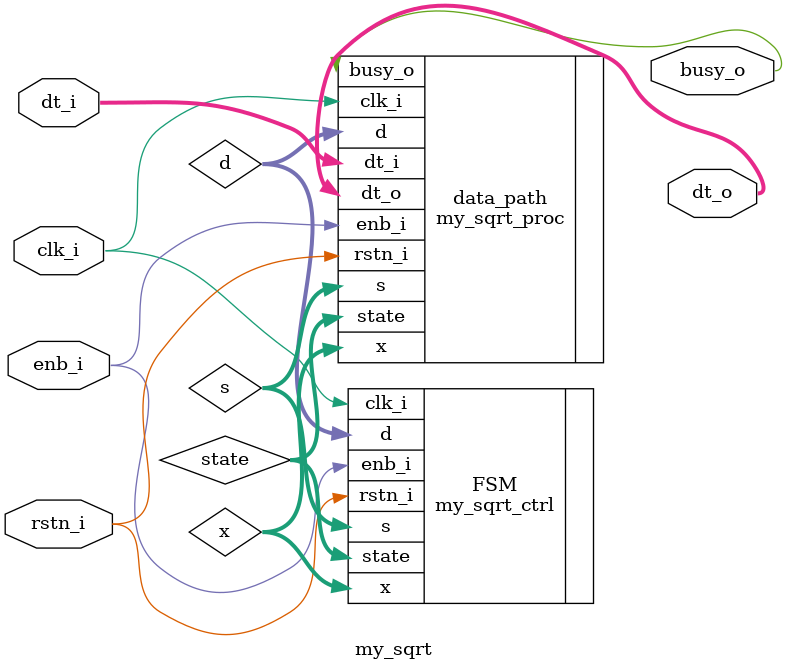
<source format=sv>
typedef enum logic [3:0] {
  my_idle,
  my_getX,
  my_zero,

  my_sumD_loadR1,
  my_sumD_loadR2,
  my_sumD_drive,

  my_sumS_loadR1,
  my_sumS_loadR2_1,
  my_sumS_driveR1,
  my_sumS_loadR2_2,
  my_sumS_drive,

  my_compara,
  my_finaliza
} my_State;

module my_sqrt(
  input  logic         clk_i,
  input  logic         rstn_i,

  input  logic         enb_i,
  input  logic [7:0]   dt_i,

  output logic         busy_o,
  output logic [7:0]   dt_o
);

  my_State state;

  logic [8:0]   d;
  logic [8:0]   s;
  logic [7:0]   x;


  my_sqrt_proc data_path (
    .clk_i(clk_i),
    .rstn_i(rstn_i),

    .enb_i(enb_i),
    .dt_i(dt_i),

    .state(state),

    .d(d),
    .s(s),
    .x(x),

    .busy_o(busy_o),
    .dt_o(dt_o)
  );

  my_sqrt_ctrl FSM (
    .clk_i(clk_i),
    .rstn_i(rstn_i),

    .enb_i(enb_i),

    .d(d),
    .s(s),
    .x(x),

    .state(state)
  );

endmodule

</source>
